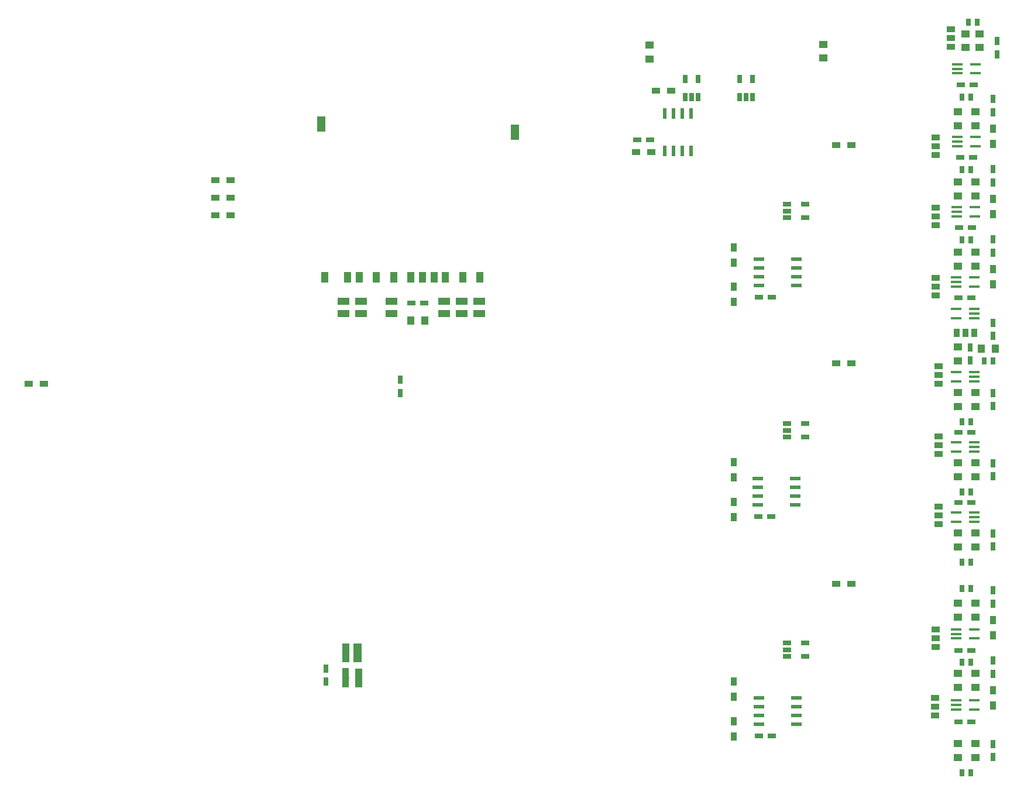
<source format=gbr>
G04 #@! TF.GenerationSoftware,KiCad,Pcbnew,5.0.0-rc2-dev-unknown-d906acc~62~ubuntu17.10.1*
G04 #@! TF.CreationDate,2018-03-15T16:12:45+00:00*
G04 #@! TF.ProjectId,WolfDrive_H7Controller,576F6C6644726976655F4837436F6E74,rev?*
G04 #@! TF.SameCoordinates,Original*
G04 #@! TF.FileFunction,Paste,Bot*
G04 #@! TF.FilePolarity,Positive*
%FSLAX46Y46*%
G04 Gerber Fmt 4.6, Leading zero omitted, Abs format (unit mm)*
G04 Created by KiCad (PCBNEW 5.0.0-rc2-dev-unknown-d906acc~62~ubuntu17.10.1) date Thu Mar 15 16:12:45 2018*
%MOMM*%
%LPD*%
G01*
G04 APERTURE LIST*
%ADD10R,1.200000X0.750000*%
%ADD11R,1.250000X1.000000*%
%ADD12R,1.000000X1.250000*%
%ADD13R,0.750000X1.200000*%
%ADD14R,1.200000X2.200000*%
%ADD15R,1.000000X1.500000*%
%ADD16R,1.778000X1.016000*%
%ADD17R,1.550000X0.600000*%
%ADD18R,0.635000X1.016000*%
%ADD19R,0.900000X1.200000*%
%ADD20R,1.200000X0.900000*%
%ADD21R,0.650000X1.220000*%
%ADD22R,1.220000X0.650000*%
%ADD23R,0.600000X1.550000*%
%ADD24R,1.270000X0.970000*%
%ADD25R,0.970000X1.270000*%
%ADD26R,1.500000X0.400000*%
%ADD27R,1.200000X2.800000*%
%ADD28R,1.000000X2.800000*%
%ADD29C,1.000000*%
%ADD30C,0.100000*%
G04 APERTURE END LIST*
D10*
X73467000Y40259000D03*
X71567000Y40259000D03*
D11*
X100330000Y6080000D03*
X100330000Y4080000D03*
X100330000Y14240000D03*
X100330000Y16240000D03*
X100330000Y24400000D03*
X100330000Y26400000D03*
X100330000Y33004000D03*
X100330000Y31004000D03*
X100330000Y-4080000D03*
X100330000Y-6080000D03*
X100330000Y-16240000D03*
X100330000Y-14240000D03*
X102870000Y4080000D03*
X102870000Y6080000D03*
X102870000Y16240000D03*
X102870000Y14240000D03*
X102870000Y24400000D03*
X102870000Y26400000D03*
D12*
X105775000Y32766000D03*
X103775000Y32766000D03*
D11*
X102870000Y-6080000D03*
X102870000Y-4080000D03*
X102870000Y-16240000D03*
X102870000Y-14240000D03*
D13*
X105410000Y6030000D03*
X105410000Y4130000D03*
X105410000Y14290000D03*
X105410000Y16190000D03*
X105410000Y24450000D03*
X105410000Y26350000D03*
X105410000Y34610000D03*
X105410000Y36510000D03*
X105410000Y-4125000D03*
X105410000Y-2225000D03*
X105410000Y-12385000D03*
X105410000Y-14285000D03*
D11*
X101473000Y76343000D03*
X101473000Y78343000D03*
X100330000Y46720000D03*
X100330000Y44720000D03*
X100330000Y56880000D03*
X100330000Y54880000D03*
X100330000Y67040000D03*
X100330000Y65040000D03*
D10*
X55814000Y62992000D03*
X53914000Y62992000D03*
D11*
X103505000Y78343000D03*
X103505000Y76343000D03*
X102870000Y44720000D03*
X102870000Y46720000D03*
X102870000Y56880000D03*
X102870000Y54880000D03*
X102870000Y65040000D03*
X102870000Y67040000D03*
D13*
X106045000Y75377000D03*
X106045000Y77277000D03*
X105410000Y46675000D03*
X105410000Y48575000D03*
X105410000Y58735000D03*
X105410000Y56835000D03*
X105410000Y66995000D03*
X105410000Y68895000D03*
X19685000Y26355000D03*
X19685000Y28255000D03*
D10*
X23175000Y39370000D03*
X21275000Y39370000D03*
D12*
X23225000Y36830000D03*
X21225000Y36830000D03*
D11*
X102870000Y-24400000D03*
X102870000Y-26400000D03*
X100330000Y-24400000D03*
X100330000Y-26400000D03*
D13*
X105410000Y-26350000D03*
X105410000Y-24450000D03*
D11*
X55753000Y74692000D03*
X55753000Y76692000D03*
X80899000Y76819000D03*
X80899000Y74819000D03*
D10*
X73467000Y-23241000D03*
X71567000Y-23241000D03*
X71440000Y8509000D03*
X73340000Y8509000D03*
D14*
X8225000Y65295000D03*
X36225000Y64095000D03*
D15*
X8725000Y43095000D03*
X24545000Y43095000D03*
X31195000Y43095000D03*
X12075000Y43095000D03*
X13775000Y43095000D03*
X16195000Y43095000D03*
X18695000Y43095000D03*
X21195000Y43095000D03*
X22895000Y43095000D03*
X26195000Y43095000D03*
X28695000Y43095000D03*
D16*
X31115000Y39624000D03*
X31115000Y37846000D03*
X28575000Y37846000D03*
X28575000Y39624000D03*
X26035000Y39624000D03*
X26035000Y37846000D03*
X18415000Y37846000D03*
X18415000Y39624000D03*
X13970000Y39624000D03*
X13970000Y37846000D03*
X11430000Y39624000D03*
X11430000Y37846000D03*
D17*
X71595000Y41910000D03*
X71595000Y43180000D03*
X71595000Y44450000D03*
X71595000Y45720000D03*
X76995000Y45720000D03*
X76995000Y44450000D03*
X76995000Y43180000D03*
X76995000Y41910000D03*
X76995000Y-21590000D03*
X76995000Y-20320000D03*
X76995000Y-19050000D03*
X76995000Y-17780000D03*
X71595000Y-17780000D03*
X71595000Y-19050000D03*
X71595000Y-20320000D03*
X71595000Y-21590000D03*
X71392625Y10160000D03*
X71392625Y11430000D03*
X71392625Y12700000D03*
X71392625Y13970000D03*
X76792625Y13970000D03*
X76792625Y12700000D03*
X76792625Y11430000D03*
X76792625Y10160000D03*
D18*
X100962460Y1905000D03*
X102237540Y1905000D03*
X100962460Y12065000D03*
X102237540Y12065000D03*
X102237540Y22225000D03*
X100962460Y22225000D03*
X105412540Y30988000D03*
X104137460Y30988000D03*
X100962460Y-1905000D03*
X102237540Y-1905000D03*
X102237540Y-12573000D03*
X100962460Y-12573000D03*
X101851460Y80010000D03*
X103126540Y80010000D03*
X102237540Y48514000D03*
X100962460Y48514000D03*
X100962460Y58674000D03*
X102237540Y58674000D03*
X102240080Y69215000D03*
X100965000Y69215000D03*
X100962460Y-28575000D03*
X102237540Y-28575000D03*
D19*
X105410000Y-6520000D03*
X105410000Y-8720000D03*
X105410000Y-18880000D03*
X105410000Y-16680000D03*
X105410000Y44280000D03*
X105410000Y42080000D03*
X105410000Y52240000D03*
X105410000Y54440000D03*
X105410000Y62400000D03*
X105410000Y64600000D03*
D20*
X56685000Y70104000D03*
X58885000Y70104000D03*
X-4869000Y57150000D03*
X-7069000Y57150000D03*
X-7069000Y54610000D03*
X-4869000Y54610000D03*
X-7069000Y52070000D03*
X-4869000Y52070000D03*
X-31920000Y27686000D03*
X-34120000Y27686000D03*
X84920000Y62230000D03*
X82720000Y62230000D03*
X84920000Y-1270000D03*
X82720000Y-1270000D03*
X84920000Y30682375D03*
X82720000Y30682375D03*
X56007000Y61214000D03*
X53807000Y61214000D03*
D13*
X8890000Y-13528000D03*
X8890000Y-15428000D03*
D10*
X102296000Y-10922000D03*
X100396000Y-10922000D03*
X102296000Y-21209000D03*
X100396000Y-21209000D03*
X102296000Y10541000D03*
X100396000Y10541000D03*
X100396000Y20701000D03*
X102296000Y20701000D03*
D13*
X102108000Y32954000D03*
X102108000Y31054000D03*
D10*
X100396000Y40132000D03*
X102296000Y40132000D03*
X100523000Y50292000D03*
X102423000Y50292000D03*
X100650000Y60452000D03*
X102550000Y60452000D03*
X102677000Y70993000D03*
X100777000Y70993000D03*
D21*
X70673000Y71795000D03*
X68773000Y71795000D03*
X68773000Y69175000D03*
X69723000Y69175000D03*
X70673000Y69175000D03*
X62799000Y69175000D03*
X61849000Y69175000D03*
X60899000Y69175000D03*
X60899000Y71795000D03*
X62799000Y71795000D03*
D22*
X75652000Y51755000D03*
X75652000Y52705000D03*
X75652000Y53655000D03*
X78272000Y53655000D03*
X78272000Y51755000D03*
X78272000Y-11745000D03*
X78272000Y-9845000D03*
X75652000Y-9845000D03*
X75652000Y-10795000D03*
X75652000Y-11745000D03*
X75652000Y20005000D03*
X75652000Y20955000D03*
X75652000Y21905000D03*
X78272000Y21905000D03*
X78272000Y20005000D03*
D23*
X57912000Y61435000D03*
X59182000Y61435000D03*
X60452000Y61435000D03*
X61722000Y61435000D03*
X61722000Y66835000D03*
X60452000Y66835000D03*
X59182000Y66835000D03*
X57912000Y66835000D03*
D24*
X97155000Y-7874000D03*
X97155000Y-9144000D03*
X97155000Y-10414000D03*
X97028000Y-17780000D03*
X97028000Y-19050000D03*
X97028000Y-20320000D03*
X97536000Y9906000D03*
X97536000Y8636000D03*
X97536000Y7366000D03*
X97536000Y17526000D03*
X97536000Y18796000D03*
X97536000Y20066000D03*
X97536000Y27686000D03*
X97536000Y28956000D03*
X97536000Y30226000D03*
D25*
X102743000Y35052000D03*
X101473000Y35052000D03*
X100203000Y35052000D03*
D24*
X97155000Y40513000D03*
X97155000Y41783000D03*
X97155000Y43053000D03*
X97155000Y53213000D03*
X97155000Y51943000D03*
X97155000Y50673000D03*
X97155000Y63373000D03*
X97155000Y62103000D03*
X97155000Y60833000D03*
X99314000Y76454000D03*
X99314000Y77724000D03*
X99314000Y78994000D03*
D19*
X67945000Y39540000D03*
X67945000Y41740000D03*
X67945000Y-23325000D03*
X67945000Y-21125000D03*
X67945000Y8425000D03*
X67945000Y10625000D03*
X67945000Y45255000D03*
X67945000Y47455000D03*
X67945000Y-17610000D03*
X67945000Y-15410000D03*
X67945000Y14140000D03*
X67945000Y16340000D03*
D26*
X100076000Y-19446000D03*
X100076000Y-18796000D03*
X100076000Y-18146000D03*
X102736000Y-18146000D03*
X102736000Y-19446000D03*
X102736000Y9032000D03*
X102736000Y8382000D03*
X102736000Y7732000D03*
X100076000Y7732000D03*
X100076000Y9032000D03*
X102736000Y19192000D03*
X102736000Y18542000D03*
X102736000Y17892000D03*
X100076000Y17892000D03*
X100076000Y19192000D03*
X102736000Y29352000D03*
X102736000Y28702000D03*
X102736000Y28052000D03*
X100076000Y28052000D03*
X100076000Y29352000D03*
X102736000Y38496000D03*
X102736000Y37846000D03*
X102736000Y37196000D03*
X100076000Y37196000D03*
X100076000Y38496000D03*
X100076000Y41768000D03*
X100076000Y42418000D03*
X100076000Y43068000D03*
X102736000Y43068000D03*
X102736000Y41768000D03*
X102803000Y51928000D03*
X102803000Y53228000D03*
X100143000Y53228000D03*
X100143000Y52578000D03*
X100143000Y51928000D03*
X102930000Y62088000D03*
X102930000Y63388000D03*
X100270000Y63388000D03*
X100270000Y62738000D03*
X100270000Y62088000D03*
X102930000Y72629000D03*
X102930000Y73929000D03*
X100270000Y73929000D03*
X100270000Y73279000D03*
X100270000Y72629000D03*
X100076000Y-9159000D03*
X100076000Y-8509000D03*
X100076000Y-7859000D03*
X102736000Y-7859000D03*
X102736000Y-9159000D03*
D27*
X13470000Y-11281000D03*
D28*
X11750000Y-11281000D03*
X13650000Y-14881000D03*
D29*
X11750000Y-14881000D03*
D30*
G36*
X11250000Y-16281000D02*
X11250000Y-13481000D01*
X12250000Y-13481000D01*
X12250000Y-16281000D01*
X11250000Y-16281000D01*
X11250000Y-16281000D01*
G37*
M02*

</source>
